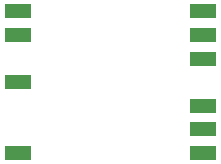
<source format=gtp>
G04 #@! TF.GenerationSoftware,KiCad,Pcbnew,(6.0.7)*
G04 #@! TF.CreationDate,2022-08-30T17:39:21-06:00*
G04 #@! TF.ProjectId,malenki-1616-3A,6d616c65-6e6b-4692-9d31-3631362d3341,rev?*
G04 #@! TF.SameCoordinates,Original*
G04 #@! TF.FileFunction,Paste,Top*
G04 #@! TF.FilePolarity,Positive*
%FSLAX46Y46*%
G04 Gerber Fmt 4.6, Leading zero omitted, Abs format (unit mm)*
G04 Created by KiCad (PCBNEW (6.0.7)) date 2022-08-30 17:39:21*
%MOMM*%
%LPD*%
G01*
G04 APERTURE LIST*
%ADD10R,2.200000X1.200000*%
G04 APERTURE END LIST*
D10*
X138123000Y-62834000D03*
X138123000Y-64834000D03*
X138123000Y-68834000D03*
X138123000Y-74834000D03*
X153723000Y-74834000D03*
X153723000Y-72834000D03*
X153723000Y-70834000D03*
X153723000Y-66834000D03*
X153723000Y-64834000D03*
X153723000Y-62834000D03*
M02*

</source>
